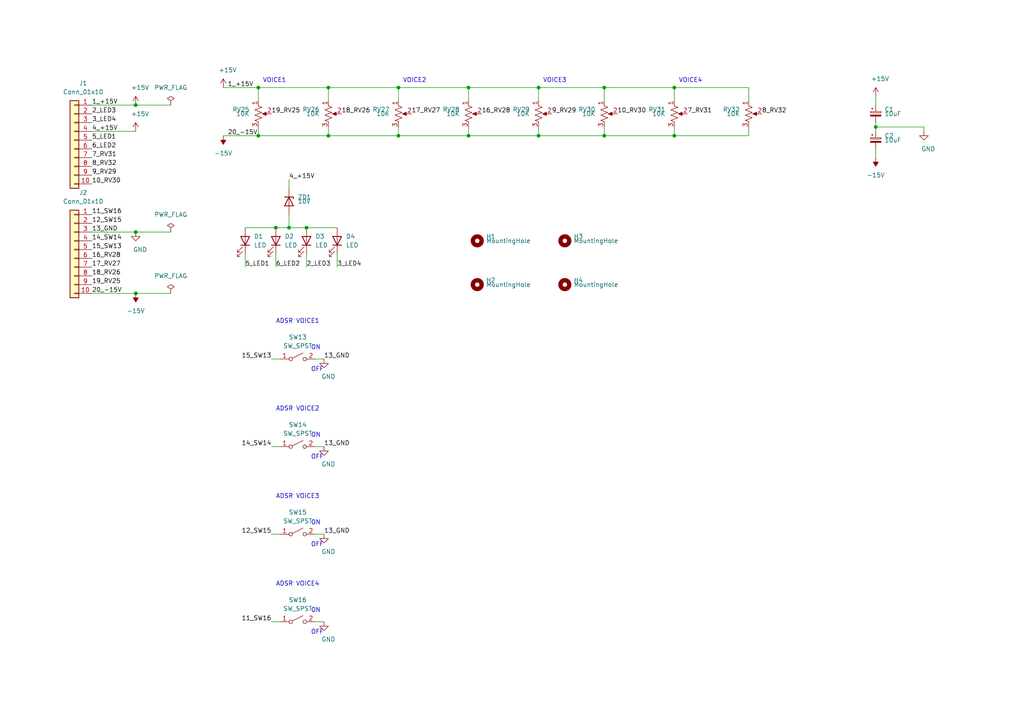
<source format=kicad_sch>
(kicad_sch (version 20230121) (generator eeschema)
  (paper "A4")
  (lib_symbols
    (symbol "Connector_Generic:Conn_01x10" (pin_names (offset 1.016) hide)
      (property "Reference" "J" (at 0 12.7 0))
      (property "Value" "Conn_01x10" (at 0 -15.24 0))
      (symbol "Conn_01x10_1_1"
        (rectangle (start -1.27 -12.573) (end 0 -12.827) (stroke (width 0.1524)))
        (rectangle (start -1.27 -10.033) (end 0 -10.287) (stroke (width 0.1524)))
        (rectangle (start -1.27 -7.493) (end 0 -7.747) (stroke (width 0.1524)))
        (rectangle (start -1.27 -4.953) (end 0 -5.207) (stroke (width 0.1524)))
        (rectangle (start -1.27 -2.413) (end 0 -2.667) (stroke (width 0.1524)))
        (rectangle (start -1.27 0.127) (end 0 -0.127) (stroke (width 0.1524)))
        (rectangle (start -1.27 2.667) (end 0 2.413) (stroke (width 0.1524)))
        (rectangle (start -1.27 5.207) (end 0 4.953) (stroke (width 0.1524)))
        (rectangle (start -1.27 7.747) (end 0 7.493) (stroke (width 0.1524)))
        (rectangle (start -1.27 10.287) (end 0 10.033) (stroke (width 0.1524)))
        (rectangle (start -1.27 11.43) (end 1.27 -13.97) (stroke (width 0.254)) (fill (type background)))
        (pin passive line (at -5.08 10.16 0) (length 3.81) (name "Pin_1") (number "1"))
        (pin passive line (at -5.08 -12.7 0) (length 3.81) (name "Pin_10") (number "10"))
        (pin passive line (at -5.08 7.62 0) (length 3.81) (name "Pin_2") (number "2"))
        (pin passive line (at -5.08 5.08 0) (length 3.81) (name "Pin_3") (number "3"))
        (pin passive line (at -5.08 2.54 0) (length 3.81) (name "Pin_4") (number "4"))
        (pin passive line (at -5.08 0 0) (length 3.81) (name "Pin_5") (number "5"))
        (pin passive line (at -5.08 -2.54 0) (length 3.81) (name "Pin_6") (number "6"))
        (pin passive line (at -5.08 -5.08 0) (length 3.81) (name "Pin_7") (number "7"))
        (pin passive line (at -5.08 -7.62 0) (length 3.81) (name "Pin_8") (number "8"))
        (pin passive line (at -5.08 -10.16 0) (length 3.81) (name "Pin_9") (number "9"))
      )
    )
    (symbol "Device:D_Zener" (pin_numbers hide) (pin_names (offset 1.016) hide)
      (property "Reference" "D" (at 0 2.54 0))
      (property "Value" "D_Zener" (at 0 -2.54 0))
      (symbol "D_Zener_0_1"
        (polyline (pts (xy 1.27 0) (xy -1.27 0)))
        (polyline (pts (xy -1.27 -1.27) (xy -1.27 1.27) (xy -0.762 1.27)) (stroke (width 0.254)))
        (polyline (pts (xy 1.27 -1.27) (xy 1.27 1.27) (xy -1.27 0) (xy 1.27 -1.27)) (stroke (width 0.254)))
      )
      (symbol "D_Zener_1_1"
        (pin passive line (at -3.81 0 0) (length 2.54) (name "K") (number "1"))
        (pin passive line (at 3.81 0 180) (length 2.54) (name "A") (number "2"))
      )
    )
    (symbol "Device:LED" (pin_numbers hide) (pin_names (offset 1.016) hide)
      (property "Reference" "D" (at 0 2.54 0))
      (property "Value" "LED" (at 0 -2.54 0))
      (symbol "LED_0_1"
        (polyline (pts (xy -1.27 -1.27) (xy -1.27 1.27)) (stroke (width 0.254)))
        (polyline (pts (xy -1.27 0) (xy 1.27 0)))
        (polyline (pts (xy 1.27 -1.27) (xy 1.27 1.27) (xy -1.27 0) (xy 1.27 -1.27)) (stroke (width 0.254)))
        (polyline (pts (xy -3.048 -0.762) (xy -4.572 -2.286) (xy -3.81 -2.286) (xy -4.572 -2.286) (xy -4.572 -1.524)))
        (polyline (pts (xy -1.778 -0.762) (xy -3.302 -2.286) (xy -2.54 -2.286) (xy -3.302 -2.286) (xy -3.302 -1.524)))
      )
      (symbol "LED_1_1"
        (pin passive line (at -3.81 0 0) (length 2.54) (name "K") (number "1"))
        (pin passive line (at 3.81 0 180) (length 2.54) (name "A") (number "2"))
      )
    )
    (symbol "Mechanical:MountingHole" (pin_names (offset 1.016))
      (property "Reference" "H" (at 0 5.08 0))
      (property "Value" "MountingHole" (at 0 3.175 0))
      (symbol "MountingHole_0_1"
        (circle (center 0 0) (radius 1.27) (stroke (width 1.27)))
      )
    )
    (symbol "P6-rescue:CP_Small-Device" (pin_numbers hide) (pin_names (offset 0.254) hide)
      (property "Reference" "C" (at 0.254 1.778 0))
      (property "Value" "Device_CP_Small" (at 0.254 -2.032 0))
      (symbol "CP_Small-Device_0_1"
        (rectangle (start -1.524 -0.3048) (end 1.524 -0.6858) (fill (type outline)))
        (rectangle (start -1.524 0.6858) (end 1.524 0.3048))
        (polyline (pts (xy -1.27 1.524) (xy -0.762 1.524)))
        (polyline (pts (xy -1.016 1.27) (xy -1.016 1.778)))
      )
      (symbol "CP_Small-Device_1_1"
        (pin passive line (at 0 2.54 270) (length 1.8542) (name "~") (number "1"))
        (pin passive line (at 0 -2.54 90) (length 1.8542) (name "~") (number "2"))
      )
    )
    (symbol "P6-rescue:R_POT_US-Device" (pin_names (offset 1.016) hide)
      (property "Reference" "RV" (at -4.445 0 90))
      (property "Value" "Device_R_POT_US" (at -2.54 0 90))
      (symbol "R_POT_US-Device_0_1"
        (polyline (pts (xy 0 -2.286) (xy 0 -2.54)))
        (polyline (pts (xy 0 2.54) (xy 0 2.286)))
        (polyline (pts (xy 2.54 0) (xy 1.524 0)))
        (polyline (pts (xy 1.143 0) (xy 2.286 0.508) (xy 2.286 -0.508) (xy 1.143 0)) (fill (type outline)))
        (polyline (pts (xy 0 -0.762) (xy 1.016 -1.143) (xy 0 -1.524) (xy -1.016 -1.905) (xy 0 -2.286)))
        (polyline (pts (xy 0 0.762) (xy 1.016 0.381) (xy 0 0) (xy -1.016 -0.381) (xy 0 -0.762)))
        (polyline (pts (xy 0 2.286) (xy 1.016 1.905) (xy 0 1.524) (xy -1.016 1.143) (xy 0 0.762)))
      )
      (symbol "R_POT_US-Device_1_1"
        (pin passive line (at 0 3.81 270) (length 1.27) (name "1") (number "1"))
        (pin passive line (at 3.81 0 180) (length 1.27) (name "2") (number "2"))
        (pin passive line (at 0 -3.81 90) (length 1.27) (name "3") (number "3"))
      )
    )
    (symbol "Switch:SW_SPST" (pin_names (offset 0) hide)
      (property "Reference" "SW" (at 0 3.175 0))
      (property "Value" "SW_SPST" (at 0 -2.54 0))
      (symbol "SW_SPST_0_0"
        (circle (center -2.032 0) (radius 0.508))
        (polyline (pts (xy -1.524 0.254) (xy 1.524 1.778)))
        (circle (center 2.032 0) (radius 0.508))
      )
      (symbol "SW_SPST_1_1"
        (pin passive line (at -5.08 0 0) (length 2.54) (name "A") (number "1"))
        (pin passive line (at 5.08 0 180) (length 2.54) (name "B") (number "2"))
      )
    )
    (symbol "power:+15V" (power) (pin_names (offset 0))
      (property "Value" "+15V" (at 0 3.556 0))
      (symbol "+15V_0_1"
        (polyline (pts (xy -0.762 1.27) (xy 0 2.54)))
        (polyline (pts (xy 0 0) (xy 0 2.54)))
        (polyline (pts (xy 0 2.54) (xy 0.762 1.27)))
      )
      (symbol "+15V_1_1"
        (pin power_in line (at 0 0 90) (length 0) hide (name "+15V") (number "1"))
      )
    )
    (symbol "power:-15V" (power) (pin_names (offset 0))
      (property "Value" "-15V" (at 0 3.81 0))
      (symbol "-15V_0_0"
        (pin power_in line (at 0 0 90) (length 0) hide (name "-15V") (number "1"))
      )
      (symbol "-15V_0_1"
        (polyline (pts (xy 0 0) (xy 0 1.27) (xy 0.762 1.27) (xy 0 2.54) (xy -0.762 1.27) (xy 0 1.27)) (fill (type outline)))
      )
    )
    (symbol "power:GND" (power) (pin_names (offset 0))
      (property "Value" "GND" (at 0 -3.81 0))
      (symbol "GND_0_1"
        (polyline (pts (xy 0 0) (xy 0 -1.27) (xy 1.27 -1.27) (xy 0 -2.54) (xy -1.27 -1.27) (xy 0 -1.27)))
      )
      (symbol "GND_1_1"
        (pin power_in line (at 0 0 270) (length 0) hide (name "GND") (number "1"))
      )
    )
    (symbol "power:PWR_FLAG" (power) (pin_numbers hide) (pin_names (offset 0) hide)
      (property "Value" "PWR_FLAG" (at 0 3.81 0))
      (symbol "PWR_FLAG_0_0"
        (pin power_out line (at 0 0 90) (length 0) (name "pwr") (number "1"))
      )
      (symbol "PWR_FLAG_0_1"
        (polyline (pts (xy 0 0) (xy 0 1.27) (xy -1.016 1.905) (xy 0 2.54) (xy 1.016 1.905) (xy 0 1.27)))
      )
    )
  )
  (junction (at 74.93 25.4))
  (junction (at 95.25 25.4))
  (junction (at 80.01 66.04))
  (junction (at 254 36.83))
  (junction (at 88.9 66.04))
  (junction (at 74.93 39.37))
  (junction (at 175.26 39.37))
  (junction (at 135.89 39.37))
  (junction (at 156.21 25.4))
  (junction (at 175.26 25.4))
  (junction (at 135.89 25.4))
  (junction (at 156.21 39.37))
  (junction (at 195.58 39.37))
  (junction (at 195.58 25.4))
  (junction (at 83.82 66.04))
  (junction (at 39.37 30.48))
  (junction (at 115.57 39.37))
  (junction (at 115.57 25.4))
  (junction (at 95.25 39.37))
  (junction (at 39.37 67.31))
  (junction (at 39.37 85.09))
  (wire (pts (xy 83.82 62.23) (xy 83.82 66.04)))
  (wire (pts (xy 78.74 180.34) (xy 81.28 180.34)))
  (wire (pts (xy 156.21 25.4) (xy 175.26 25.4)))
  (wire (pts (xy 175.26 39.37) (xy 195.58 39.37)))
  (wire (pts (xy 74.93 36.83) (xy 74.93 39.37)))
  (wire (pts (xy 71.12 77.47) (xy 71.12 73.66)))
  (wire (pts (xy 254 36.83) (xy 254 35.56)))
  (wire (pts (xy 135.89 39.37) (xy 135.89 36.83)))
  (wire (pts (xy 267.97 36.83) (xy 254 36.83)))
  (wire (pts (xy 175.26 25.4) (xy 175.26 29.21)))
  (wire (pts (xy 39.37 67.31) (xy 26.67 67.31)))
  (wire (pts (xy 78.74 104.14) (xy 81.28 104.14)))
  (wire (pts (xy 95.25 39.37) (xy 115.57 39.37)))
  (wire (pts (xy 39.37 85.09) (xy 26.67 85.09)))
  (wire (pts (xy 217.17 39.37) (xy 217.17 36.83)))
  (wire (pts (xy 156.21 25.4) (xy 156.21 29.21)))
  (wire (pts (xy 254 38.1) (xy 254 36.83)))
  (wire (pts (xy 97.79 77.47) (xy 97.79 73.66)))
  (wire (pts (xy 49.53 67.31) (xy 39.37 67.31)))
  (wire (pts (xy 254 43.18) (xy 254 45.72)))
  (wire (pts (xy 71.12 66.04) (xy 80.01 66.04)))
  (wire (pts (xy 156.21 39.37) (xy 175.26 39.37)))
  (wire (pts (xy 80.01 66.04) (xy 83.82 66.04)))
  (wire (pts (xy 39.37 38.1) (xy 26.67 38.1)))
  (wire (pts (xy 49.53 30.48) (xy 39.37 30.48)))
  (wire (pts (xy 64.77 39.37) (xy 74.93 39.37)))
  (wire (pts (xy 93.98 104.14) (xy 91.44 104.14)))
  (wire (pts (xy 195.58 36.83) (xy 195.58 39.37)))
  (wire (pts (xy 74.93 25.4) (xy 64.77 25.4)))
  (wire (pts (xy 115.57 25.4) (xy 135.89 25.4)))
  (wire (pts (xy 74.93 39.37) (xy 95.25 39.37)))
  (wire (pts (xy 135.89 39.37) (xy 115.57 39.37)))
  (wire (pts (xy 93.98 180.34) (xy 91.44 180.34)))
  (wire (pts (xy 175.26 25.4) (xy 195.58 25.4)))
  (wire (pts (xy 135.89 39.37) (xy 156.21 39.37)))
  (wire (pts (xy 49.53 85.09) (xy 39.37 85.09)))
  (wire (pts (xy 88.9 66.04) (xy 97.79 66.04)))
  (wire (pts (xy 78.74 129.54) (xy 81.28 129.54)))
  (wire (pts (xy 95.25 36.83) (xy 95.25 39.37)))
  (wire (pts (xy 267.97 38.1) (xy 267.97 36.83)))
  (wire (pts (xy 135.89 29.21) (xy 135.89 25.4)))
  (wire (pts (xy 78.74 154.94) (xy 81.28 154.94)))
  (wire (pts (xy 83.82 54.61) (xy 83.82 52.07)))
  (wire (pts (xy 74.93 29.21) (xy 74.93 25.4)))
  (wire (pts (xy 39.37 30.48) (xy 26.67 30.48)))
  (wire (pts (xy 93.98 129.54) (xy 91.44 129.54)))
  (wire (pts (xy 254 30.48) (xy 254 27.94)))
  (wire (pts (xy 217.17 25.4) (xy 195.58 25.4)))
  (wire (pts (xy 95.25 25.4) (xy 74.93 25.4)))
  (wire (pts (xy 217.17 29.21) (xy 217.17 25.4)))
  (wire (pts (xy 156.21 25.4) (xy 135.89 25.4)))
  (wire (pts (xy 93.98 154.94) (xy 91.44 154.94)))
  (wire (pts (xy 83.82 66.04) (xy 88.9 66.04)))
  (wire (pts (xy 115.57 29.21) (xy 115.57 25.4)))
  (wire (pts (xy 195.58 39.37) (xy 217.17 39.37)))
  (wire (pts (xy 95.25 25.4) (xy 115.57 25.4)))
  (wire (pts (xy 175.26 39.37) (xy 175.26 36.83)))
  (wire (pts (xy 156.21 36.83) (xy 156.21 39.37)))
  (wire (pts (xy 115.57 36.83) (xy 115.57 39.37)))
  (wire (pts (xy 88.9 77.47) (xy 88.9 73.66)))
  (wire (pts (xy 195.58 29.21) (xy 195.58 25.4)))
  (wire (pts (xy 80.01 77.47) (xy 80.01 73.66)))
  (wire (pts (xy 95.25 29.21) (xy 95.25 25.4)))
  (text "OFF" (at 90.17 184.15 0) (effects (font (size 1.27 1.27)) (justify left bottom)))
  (text "OFF" (at 90.17 158.75 0) (effects (font (size 1.27 1.27)) (justify left bottom)))
  (text "OFF" (at 90.17 133.35 0) (effects (font (size 1.27 1.27)) (justify left bottom)))
  (text "VOICE4" (at 196.85 24.13 0) (effects (font (size 1.27 1.27)) (justify left bottom)))
  (text "OFF" (at 90.17 107.95 0) (effects (font (size 1.27 1.27)) (justify left bottom)))
  (text "VOICE2" (at 116.84 24.13 0) (effects (font (size 1.27 1.27)) (justify left bottom)))
  (text "ON" (at 90.17 152.4 0) (effects (font (size 1.27 1.27)) (justify left bottom)))
  (text "VOICE1" (at 76.2 24.13 0) (effects (font (size 1.27 1.27)) (justify left bottom)))
  (text "ADSR VOICE1" (at 80.01 93.98 0) (effects (font (size 1.27 1.27)) (justify left bottom)))
  (text "ADSR VOICE2" (at 80.01 119.38 0) (effects (font (size 1.27 1.27)) (justify left bottom)))
  (text "ON" (at 90.17 177.8 0) (effects (font (size 1.27 1.27)) (justify left bottom)))
  (text "ON" (at 90.17 127 0) (effects (font (size 1.27 1.27)) (justify left bottom)))
  (text "VOICE3" (at 157.48 24.13 0) (effects (font (size 1.27 1.27)) (justify left bottom)))
  (text "ADSR VOICE4" (at 80.01 170.18 0) (effects (font (size 1.27 1.27)) (justify left bottom)))
  (text "ADSR VOICE3" (at 80.01 144.78 0) (effects (font (size 1.27 1.27)) (justify left bottom)))
  (text "ON" (at 90.17 101.6 0) (effects (font (size 1.27 1.27)) (justify left bottom)))
  (label "11_SW16" (at 78.74 180.34 180))
  (label "10_RV30" (at 26.67 53.34 0))
  (label "8_RV32" (at 26.67 48.26 0))
  (label "13_GND" (at 93.98 154.94 0))
  (label "1_+15V" (at 26.67 30.48 0))
  (label "7_RV31" (at 26.67 45.72 0))
  (label "14_SW14" (at 78.74 129.54 180))
  (label "3_LED4" (at 26.67 35.56 0))
  (label "3_LED4" (at 97.79 77.47 0))
  (label "18_RV26" (at 26.67 80.01 0))
  (label "8_RV32" (at 220.98 33.02 0))
  (label "13_GND" (at 93.98 129.54 0))
  (label "17_RV27" (at 119.38 33.02 0))
  (label "11_SW16" (at 26.67 62.23 0))
  (label "16_RV28" (at 139.7 33.02 0))
  (label "9_RV29" (at 160.02 33.02 0))
  (label "20_-15V" (at 26.67 85.09 0))
  (label "6_LED2" (at 26.67 43.18 0))
  (label "13_GND" (at 93.98 104.14 0))
  (label "13_GND" (at 26.67 67.31 0))
  (label "17_RV27" (at 26.67 77.47 0))
  (label "6_LED2" (at 80.01 77.47 0))
  (label "20_-15V" (at 66.04 39.37 0))
  (label "15_SW13" (at 26.67 72.39 0))
  (label "18_RV26" (at 99.06 33.02 0))
  (label "5_LED1" (at 26.67 40.64 0))
  (label "19_RV25" (at 26.67 82.55 0))
  (label "1_+15V" (at 66.04 25.4 0))
  (label "9_RV29" (at 26.67 50.8 0))
  (label "2_LED3" (at 26.67 33.02 0))
  (label "12_SW15" (at 26.67 64.77 0))
  (label "14_SW14" (at 26.67 69.85 0))
  (label "5_LED1" (at 71.12 77.47 0))
  (label "12_SW15" (at 78.74 154.94 180))
  (label "7_RV31" (at 199.39 33.02 0))
  (label "2_LED3" (at 88.9 77.47 0))
  (label "4_+15V" (at 83.82 52.07 0))
  (label "10_RV30" (at 179.07 33.02 0))
  (label "15_SW13" (at 78.74 104.14 180))
  (label "16_RV28" (at 26.67 74.93 0))
  (label "4_+15V" (at 26.67 38.1 0))
  (label "19_RV25" (at 78.74 33.02 0))
  (symbol (lib_id "Connector_Generic:Conn_01x10") (at 21.59 40.64 0) (mirror y) (unit 1)
    (property "Reference" "J1" (at 24.13 24.13 0))
    (property "Value" "Conn_01x10" (at 24.13 26.67 0))
    (property "Footprint" "Connector_PinSocket_2.54mm:PinSocket_1x10_P2.54mm_Vertical" (effects hide))
  )
  (symbol (lib_id "Connector_Generic:Conn_01x10") (at 21.59 72.39 0) (mirror y) (unit 1)
    (property "Reference" "J2" (at 24.13 55.88 0))
    (property "Value" "Conn_01x10" (at 24.13 58.42 0))
    (property "Footprint" "Connector_PinSocket_2.54mm:PinSocket_1x10_P2.54mm_Vertical" (effects hide))
  )
  (symbol (lib_id "power:+15V") (at 39.37 30.48 0) (unit 1)
    (property "Reference" "#PWR0101" (effects hide))
    (property "Value" "+15V" (at 40.64 25.4 0))
  )
  (symbol (lib_id "power:-15V") (at 39.37 85.09 180) (unit 1)
    (property "Reference" "#PWR0102" (effects hide))
    (property "Value" "-15V" (at 39.37 90.17 0))
  )
  (symbol (lib_id "power:GND") (at 39.37 67.31 0) (unit 1)
    (property "Reference" "#PWR0103" (effects hide))
    (property "Value" "GND" (at 40.64 72.39 0))
  )
  (symbol (lib_id "power:PWR_FLAG") (at 49.53 30.48 0) (unit 1)
    (property "Reference" "#FLG0101" (effects hide))
    (property "Value" "PWR_FLAG" (at 49.53 25.4 0))
  )
  (symbol (lib_id "power:PWR_FLAG") (at 49.53 85.09 0) (unit 1)
    (property "Reference" "#FLG0102" (effects hide))
    (property "Value" "PWR_FLAG" (at 49.53 80.01 0))
  )
  (symbol (lib_id "power:PWR_FLAG") (at 49.53 67.31 0) (unit 1)
    (property "Reference" "#FLG0103" (effects hide))
    (property "Value" "PWR_FLAG" (at 49.53 62.23 0))
  )
  (symbol (lib_id "P6-rescue:R_POT_US-Device") (at 74.93 33.02 0) (unit 1)
    (property "Reference" "RV25" (at 72.39 31.75 0) (effects (justify right)))
    (property "Value" "10K" (at 72.39 33.02 0) (effects (justify right)))
    (property "Footprint" "Potentiometer_THT:Potentiometer_Omeg_PC16BU_Vertical" (effects hide))
  )
  (symbol (lib_id "P6-rescue:R_POT_US-Device") (at 95.25 33.02 0) (unit 1)
    (property "Reference" "RV26" (at 92.71 31.75 0) (effects (justify right)))
    (property "Value" "10K" (at 92.71 33.02 0) (effects (justify right)))
    (property "Footprint" "Potentiometer_THT:Potentiometer_Omeg_PC16BU_Vertical" (effects hide))
  )
  (symbol (lib_id "P6-rescue:R_POT_US-Device") (at 115.57 33.02 0) (unit 1)
    (property "Reference" "RV27" (at 113.03 31.75 0) (effects (justify right)))
    (property "Value" "10K" (at 113.03 33.02 0) (effects (justify right)))
    (property "Footprint" "Potentiometer_THT:Potentiometer_Omeg_PC16BU_Vertical" (effects hide))
  )
  (symbol (lib_id "P6-rescue:R_POT_US-Device") (at 135.89 33.02 0) (unit 1)
    (property "Reference" "RV28" (at 133.35 31.75 0) (effects (justify right)))
    (property "Value" "10K" (at 133.35 33.02 0) (effects (justify right)))
    (property "Footprint" "Potentiometer_THT:Potentiometer_Omeg_PC16BU_Vertical" (effects hide))
  )
  (symbol (lib_id "P6-rescue:R_POT_US-Device") (at 156.21 33.02 0) (unit 1)
    (property "Reference" "RV29" (at 153.67 31.75 0) (effects (justify right)))
    (property "Value" "10K" (at 153.67 33.02 0) (effects (justify right)))
    (property "Footprint" "Potentiometer_THT:Potentiometer_Omeg_PC16BU_Vertical" (effects hide))
  )
  (symbol (lib_id "P6-rescue:R_POT_US-Device") (at 175.26 33.02 0) (unit 1)
    (property "Reference" "RV30" (at 172.72 31.75 0) (effects (justify right)))
    (property "Value" "10K" (at 172.72 33.02 0) (effects (justify right)))
    (property "Footprint" "Potentiometer_THT:Potentiometer_Omeg_PC16BU_Vertical" (effects hide))
  )
  (symbol (lib_id "P6-rescue:R_POT_US-Device") (at 195.58 33.02 0) (unit 1)
    (property "Reference" "RV31" (at 193.04 31.75 0) (effects (justify right)))
    (property "Value" "10K" (at 193.04 33.02 0) (effects (justify right)))
    (property "Footprint" "Potentiometer_THT:Potentiometer_Omeg_PC16BU_Vertical" (effects hide))
  )
  (symbol (lib_id "P6-rescue:R_POT_US-Device") (at 217.17 33.02 0) (unit 1)
    (property "Reference" "RV32" (at 214.63 31.75 0) (effects (justify right)))
    (property "Value" "10K" (at 214.63 33.02 0) (effects (justify right)))
    (property "Footprint" "Potentiometer_THT:Potentiometer_Omeg_PC16BU_Vertical" (effects hide))
  )
  (symbol (lib_id "power:+15V") (at 64.77 25.4 0) (unit 1)
    (property "Reference" "#PWR0104" (effects hide))
    (property "Value" "+15V" (at 66.04 20.32 0))
  )
  (symbol (lib_id "power:-15V") (at 64.77 39.37 180) (unit 1)
    (property "Reference" "#PWR0105" (effects hide))
    (property "Value" "-15V" (at 64.77 44.45 0))
  )
  (symbol (lib_id "Device:LED") (at 71.12 69.85 270) (mirror x) (unit 1)
    (property "Reference" "D1" (at 73.66 68.58 90) (effects (justify left)))
    (property "Value" "LED" (at 73.66 71.12 90) (effects (justify left)))
    (property "Footprint" "LED_THT:LED_D3.0mm" (effects hide))
  )
  (symbol (lib_id "Device:LED") (at 80.01 69.85 270) (mirror x) (unit 1)
    (property "Reference" "D2" (at 82.55 68.58 90) (effects (justify left)))
    (property "Value" "LED" (at 82.55 71.12 90) (effects (justify left)))
    (property "Footprint" "LED_THT:LED_D3.0mm" (effects hide))
  )
  (symbol (lib_id "Device:LED") (at 88.9 69.85 270) (mirror x) (unit 1)
    (property "Reference" "D3" (at 91.44 68.58 90) (effects (justify left)))
    (property "Value" "LED" (at 91.44 71.12 90) (effects (justify left)))
    (property "Footprint" "LED_THT:LED_D3.0mm" (effects hide))
  )
  (symbol (lib_id "Device:LED") (at 97.79 69.85 270) (mirror x) (unit 1)
    (property "Reference" "D4" (at 100.33 68.58 90) (effects (justify left)))
    (property "Value" "LED" (at 100.33 71.12 90) (effects (justify left)))
    (property "Footprint" "LED_THT:LED_D3.0mm" (effects hide))
  )
  (symbol (lib_id "power:+15V") (at 39.37 38.1 0) (unit 1)
    (property "Reference" "#PWR0106" (effects hide))
    (property "Value" "+15V" (at 40.64 33.02 0))
  )
  (symbol (lib_id "Device:D_Zener") (at 83.82 58.42 270) (unit 1)
    (property "Reference" "ZD1" (at 86.36 57.15 90) (effects (justify left)))
    (property "Value" "10V" (at 86.36 58.42 90) (effects (justify left)))
    (property "Footprint" "Diode_THT:D_A-405_P10.16mm_Horizontal" (effects hide))
  )
  (symbol (lib_id "Switch:SW_SPST") (at 86.36 104.14 0) (unit 1)
    (property "Reference" "SW13" (at 86.36 97.79 0))
    (property "Value" "SW_SPST" (at 86.36 100.33 0))
    (property "Footprint" "Button_Switch_THT:SW_Slide_1P2T_CK_OS102011MS2Q" (effects hide))
  )
  (symbol (lib_id "power:+15V") (at 254 27.94 0) (unit 1)
    (property "Reference" "#PWR0107" (effects hide))
    (property "Value" "+15V" (at 255.27 22.86 0))
  )
  (symbol (lib_id "power:-15V") (at 254 45.72 180) (unit 1)
    (property "Reference" "#PWR0108" (effects hide))
    (property "Value" "-15V" (at 254 50.8 0))
  )
  (symbol (lib_id "P6-rescue:CP_Small-Device") (at 254 33.02 0) (unit 1)
    (property "Reference" "C1" (at 256.54 31.75 0) (effects (justify left)))
    (property "Value" "10uF" (at 256.54 33.02 0) (effects (justify left)))
    (property "Footprint" "Capacitor_THT:CP_Radial_D8.0mm_P3.50mm" (effects hide))
  )
  (symbol (lib_id "P6-rescue:CP_Small-Device") (at 254 40.64 0) (unit 1)
    (property "Reference" "C2" (at 256.54 39.37 0) (effects (justify left)))
    (property "Value" "10uF" (at 256.54 40.64 0) (effects (justify left)))
    (property "Footprint" "Capacitor_THT:CP_Radial_D8.0mm_P3.50mm" (effects hide))
  )
  (symbol (lib_id "power:GND") (at 267.97 38.1 0) (unit 1)
    (property "Reference" "#PWR0109" (effects hide))
    (property "Value" "GND" (at 269.24 43.18 0))
  )
  (symbol (lib_id "power:GND") (at 93.98 104.14 0) (unit 1)
    (property "Reference" "#PWR0110" (effects hide))
    (property "Value" "GND" (at 95.25 109.22 0))
  )
  (symbol (lib_id "Switch:SW_SPST") (at 86.36 129.54 0) (unit 1)
    (property "Reference" "SW14" (at 86.36 123.19 0))
    (property "Value" "SW_SPST" (at 86.36 125.73 0))
    (property "Footprint" "Button_Switch_THT:SW_Slide_1P2T_CK_OS102011MS2Q" (effects hide))
  )
  (symbol (lib_id "power:GND") (at 93.98 129.54 0) (unit 1)
    (property "Reference" "#PWR0111" (effects hide))
    (property "Value" "GND" (at 95.25 134.62 0))
  )
  (symbol (lib_id "Switch:SW_SPST") (at 86.36 154.94 0) (unit 1)
    (property "Reference" "SW15" (at 86.36 148.59 0))
    (property "Value" "SW_SPST" (at 86.36 151.13 0))
    (property "Footprint" "Button_Switch_THT:SW_Slide_1P2T_CK_OS102011MS2Q" (effects hide))
  )
  (symbol (lib_id "power:GND") (at 93.98 154.94 0) (unit 1)
    (property "Reference" "#PWR0112" (effects hide))
    (property "Value" "GND" (at 95.25 160.02 0))
  )
  (symbol (lib_id "Switch:SW_SPST") (at 86.36 180.34 0) (unit 1)
    (property "Reference" "SW16" (at 86.36 173.99 0))
    (property "Value" "SW_SPST" (at 86.36 176.53 0))
    (property "Footprint" "Button_Switch_THT:SW_Slide_1P2T_CK_OS102011MS2Q" (effects hide))
  )
  (symbol (lib_id "power:GND") (at 93.98 180.34 0) (unit 1)
    (property "Reference" "#PWR0113" (effects hide))
    (property "Value" "GND" (at 95.25 185.42 0))
  )
  (symbol (lib_id "Mechanical:MountingHole") (at 138.43 69.85 0) (unit 1)
    (property "Reference" "H1" (at 140.97 68.58 0) (effects (justify left)))
    (property "Value" "MountingHole" (at 140.97 69.85 0) (effects (justify left)))
    (property "Footprint" "MountingHole:MountingHole_3.2mm_M3_Pad" (effects hide))
  )
  (symbol (lib_id "Mechanical:MountingHole") (at 138.43 82.55 0) (unit 1)
    (property "Reference" "H2" (at 140.97 81.28 0) (effects (justify left)))
    (property "Value" "MountingHole" (at 140.97 82.55 0) (effects (justify left)))
    (property "Footprint" "MountingHole:MountingHole_3.2mm_M3_Pad" (effects hide))
  )
  (symbol (lib_id "Mechanical:MountingHole") (at 163.83 82.55 0) (unit 1)
    (property "Reference" "H4" (at 166.37 81.28 0) (effects (justify left)))
    (property "Value" "MountingHole" (at 166.37 82.55 0) (effects (justify left)))
    (property "Footprint" "MountingHole:MountingHole_3.2mm_M3_Pad" (effects hide))
  )
  (symbol (lib_id "Mechanical:MountingHole") (at 163.83 69.85 0) (unit 1)
    (property "Reference" "H3" (at 166.37 68.58 0) (effects (justify left)))
    (property "Value" "MountingHole" (at 166.37 69.85 0) (effects (justify left)))
    (property "Footprint" "MountingHole:MountingHole_3.2mm_M3_Pad" (effects hide))
  )
)
</source>
